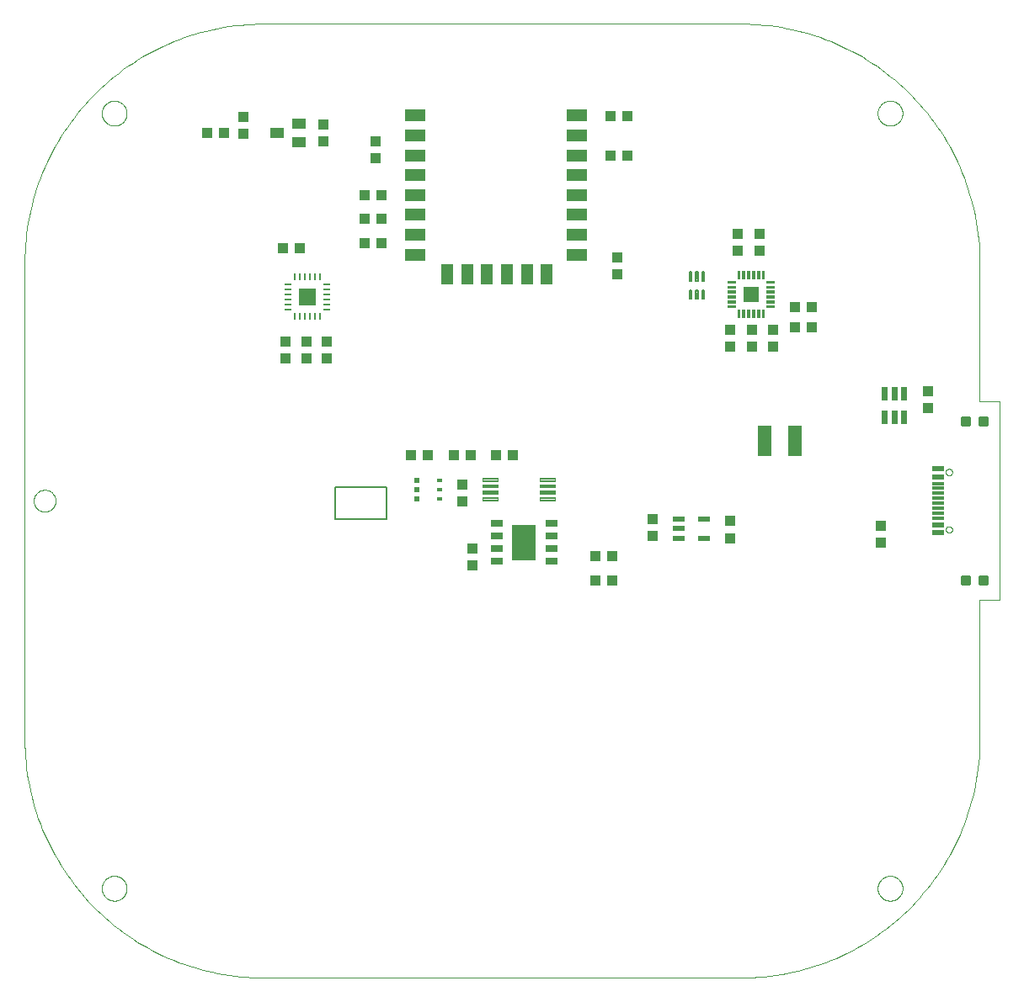
<source format=gbp>
G04 EAGLE Gerber RS-274X export*
G75*
%MOMM*%
%FSLAX34Y34*%
%LPD*%
%INbCream*%
%IPPOS*%
%AMOC8*
5,1,8,0,0,1.08239X$1,22.5*%
G01*
%ADD10C,0.076200*%
%ADD11C,0.152400*%
%ADD12C,0.000000*%
%ADD13R,1.200000X0.550000*%
%ADD14R,1.100000X1.000000*%
%ADD15R,1.000000X1.100000*%
%ADD16R,1.150000X0.600000*%
%ADD17R,1.150000X0.300000*%
%ADD18R,2.000000X1.200000*%
%ADD19R,1.200000X2.000000*%
%ADD20C,0.100000*%
%ADD21C,0.200000*%
%ADD22R,0.550000X0.400000*%
%ADD23R,0.550000X0.550000*%
%ADD24R,0.790000X0.260000*%
%ADD25R,0.260000X0.790000*%
%ADD26R,1.778000X1.778000*%
%ADD27R,1.540000X1.540000*%
%ADD28C,0.065000*%
%ADD29R,1.400000X1.000000*%
%ADD30C,0.300000*%
%ADD31R,1.340000X3.020000*%
%ADD32C,0.090000*%
%ADD33R,1.300000X0.700000*%
%ADD34R,2.413000X3.556000*%


D10*
X0Y240000D02*
X70Y234201D01*
X280Y228405D01*
X630Y222616D01*
X1120Y216837D01*
X1750Y211071D01*
X2518Y205323D01*
X3426Y199594D01*
X4471Y193890D01*
X5654Y188212D01*
X6974Y182564D01*
X8430Y176950D01*
X10021Y171373D01*
X11746Y165836D01*
X13605Y160342D01*
X15596Y154895D01*
X17718Y149497D01*
X19970Y144152D01*
X22350Y138864D01*
X24858Y133634D01*
X27491Y128466D01*
X30248Y123364D01*
X33127Y118330D01*
X36128Y113366D01*
X39247Y108477D01*
X42484Y103664D01*
X45836Y98932D01*
X49301Y94281D01*
X52878Y89716D01*
X56564Y85238D01*
X60357Y80851D01*
X64256Y76556D01*
X68256Y72357D01*
X72357Y68256D01*
X76556Y64256D01*
X80851Y60357D01*
X85238Y56564D01*
X89716Y52878D01*
X94281Y49301D01*
X98932Y45836D01*
X103664Y42484D01*
X108477Y39247D01*
X113366Y36128D01*
X118330Y33127D01*
X123364Y30248D01*
X128466Y27491D01*
X133634Y24858D01*
X138864Y22350D01*
X144152Y19970D01*
X149497Y17718D01*
X154895Y15596D01*
X160342Y13605D01*
X165836Y11746D01*
X171373Y10021D01*
X176950Y8430D01*
X182564Y6974D01*
X188212Y5654D01*
X193890Y4471D01*
X199594Y3426D01*
X205323Y2518D01*
X211071Y1750D01*
X216837Y1120D01*
X222616Y630D01*
X228405Y280D01*
X234201Y70D01*
X240000Y0D01*
X0Y720000D02*
X70Y725799D01*
X280Y731595D01*
X630Y737384D01*
X1120Y743163D01*
X1750Y748929D01*
X2518Y754677D01*
X3426Y760406D01*
X4471Y766110D01*
X5654Y771788D01*
X6974Y777436D01*
X8430Y783050D01*
X10021Y788627D01*
X11746Y794164D01*
X13605Y799658D01*
X15596Y805105D01*
X17718Y810503D01*
X19970Y815848D01*
X22350Y821136D01*
X24858Y826366D01*
X27491Y831534D01*
X30248Y836636D01*
X33127Y841670D01*
X36128Y846634D01*
X39247Y851523D01*
X42484Y856336D01*
X45836Y861068D01*
X49301Y865719D01*
X52878Y870284D01*
X56564Y874762D01*
X60357Y879149D01*
X64256Y883444D01*
X68256Y887643D01*
X72357Y891744D01*
X76556Y895744D01*
X80851Y899643D01*
X85238Y903436D01*
X89716Y907122D01*
X94281Y910699D01*
X98932Y914164D01*
X103664Y917516D01*
X108477Y920753D01*
X113366Y923872D01*
X118330Y926873D01*
X123364Y929752D01*
X128466Y932509D01*
X133634Y935142D01*
X138864Y937650D01*
X144152Y940030D01*
X149497Y942282D01*
X154895Y944404D01*
X160342Y946395D01*
X165836Y948254D01*
X171373Y949979D01*
X176950Y951570D01*
X182564Y953026D01*
X188212Y954346D01*
X193890Y955529D01*
X199594Y956574D01*
X205323Y957482D01*
X211071Y958250D01*
X216837Y958880D01*
X222616Y959370D01*
X228405Y959720D01*
X234201Y959930D01*
X240000Y960000D01*
X720000Y960000D02*
X725799Y959930D01*
X731595Y959720D01*
X737384Y959370D01*
X743163Y958880D01*
X748929Y958250D01*
X754677Y957482D01*
X760406Y956574D01*
X766110Y955529D01*
X771788Y954346D01*
X777436Y953026D01*
X783050Y951570D01*
X788627Y949979D01*
X794164Y948254D01*
X799658Y946395D01*
X805105Y944404D01*
X810503Y942282D01*
X815848Y940030D01*
X821136Y937650D01*
X826366Y935142D01*
X831534Y932509D01*
X836636Y929752D01*
X841670Y926873D01*
X846634Y923872D01*
X851523Y920753D01*
X856336Y917516D01*
X861068Y914164D01*
X865719Y910699D01*
X870284Y907122D01*
X874762Y903436D01*
X879149Y899643D01*
X883444Y895744D01*
X887643Y891744D01*
X891744Y887643D01*
X895744Y883444D01*
X899643Y879149D01*
X903436Y874762D01*
X907122Y870284D01*
X910699Y865719D01*
X914164Y861068D01*
X917516Y856336D01*
X920753Y851523D01*
X923872Y846634D01*
X926873Y841670D01*
X929752Y836636D01*
X932509Y831534D01*
X935142Y826366D01*
X937650Y821136D01*
X940030Y815848D01*
X942282Y810503D01*
X944404Y805105D01*
X946395Y799658D01*
X948254Y794164D01*
X949979Y788627D01*
X951570Y783050D01*
X953026Y777436D01*
X954346Y771788D01*
X955529Y766110D01*
X956574Y760406D01*
X957482Y754677D01*
X958250Y748929D01*
X958880Y743163D01*
X959370Y737384D01*
X959720Y731595D01*
X959930Y725799D01*
X960000Y720000D01*
X960000Y240000D02*
X959930Y234201D01*
X959720Y228405D01*
X959370Y222616D01*
X958880Y216837D01*
X958250Y211071D01*
X957482Y205323D01*
X956574Y199594D01*
X955529Y193890D01*
X954346Y188212D01*
X953026Y182564D01*
X951570Y176950D01*
X949979Y171373D01*
X948254Y165836D01*
X946395Y160342D01*
X944404Y154895D01*
X942282Y149497D01*
X940030Y144152D01*
X937650Y138864D01*
X935142Y133634D01*
X932509Y128466D01*
X929752Y123364D01*
X926873Y118330D01*
X923872Y113366D01*
X920753Y108477D01*
X917516Y103664D01*
X914164Y98932D01*
X910699Y94281D01*
X907122Y89716D01*
X903436Y85238D01*
X899643Y80851D01*
X895744Y76556D01*
X891744Y72357D01*
X887643Y68256D01*
X883444Y64256D01*
X879149Y60357D01*
X874762Y56564D01*
X870284Y52878D01*
X865719Y49301D01*
X861068Y45836D01*
X856336Y42484D01*
X851523Y39247D01*
X846634Y36128D01*
X841670Y33127D01*
X836636Y30248D01*
X831534Y27491D01*
X826366Y24858D01*
X821136Y22350D01*
X815848Y19970D01*
X810503Y17718D01*
X805105Y15596D01*
X799658Y13605D01*
X794164Y11746D01*
X788627Y10021D01*
X783050Y8430D01*
X777436Y6974D01*
X771788Y5654D01*
X766110Y4471D01*
X760406Y3426D01*
X754677Y2518D01*
X748929Y1750D01*
X743163Y1120D01*
X737384Y630D01*
X731595Y280D01*
X725799Y70D01*
X720000Y0D01*
D11*
X364000Y462000D02*
X364000Y494000D01*
X312000Y494000D01*
X312000Y462000D01*
X364000Y462000D01*
D10*
X0Y240000D02*
X0Y720000D01*
X240000Y960000D02*
X720000Y960000D01*
X960000Y720000D02*
X960000Y580000D01*
X960000Y380000D02*
X960000Y240000D01*
X720000Y0D02*
X240000Y0D01*
X960000Y580000D02*
X980000Y580000D01*
X980000Y380000D01*
X960000Y380000D01*
D12*
X77500Y90000D02*
X77504Y90307D01*
X77515Y90613D01*
X77534Y90920D01*
X77560Y91225D01*
X77594Y91530D01*
X77635Y91834D01*
X77684Y92137D01*
X77740Y92439D01*
X77804Y92739D01*
X77875Y93037D01*
X77953Y93334D01*
X78038Y93629D01*
X78131Y93921D01*
X78231Y94211D01*
X78338Y94499D01*
X78452Y94784D01*
X78572Y95066D01*
X78700Y95344D01*
X78835Y95620D01*
X78976Y95892D01*
X79124Y96161D01*
X79278Y96426D01*
X79439Y96687D01*
X79607Y96945D01*
X79780Y97198D01*
X79960Y97446D01*
X80146Y97690D01*
X80337Y97930D01*
X80535Y98165D01*
X80738Y98394D01*
X80947Y98619D01*
X81161Y98839D01*
X81381Y99053D01*
X81606Y99262D01*
X81835Y99465D01*
X82070Y99663D01*
X82310Y99854D01*
X82554Y100040D01*
X82802Y100220D01*
X83055Y100393D01*
X83313Y100561D01*
X83574Y100722D01*
X83839Y100876D01*
X84108Y101024D01*
X84380Y101165D01*
X84656Y101300D01*
X84934Y101428D01*
X85216Y101548D01*
X85501Y101662D01*
X85789Y101769D01*
X86079Y101869D01*
X86371Y101962D01*
X86666Y102047D01*
X86963Y102125D01*
X87261Y102196D01*
X87561Y102260D01*
X87863Y102316D01*
X88166Y102365D01*
X88470Y102406D01*
X88775Y102440D01*
X89080Y102466D01*
X89387Y102485D01*
X89693Y102496D01*
X90000Y102500D01*
X90307Y102496D01*
X90613Y102485D01*
X90920Y102466D01*
X91225Y102440D01*
X91530Y102406D01*
X91834Y102365D01*
X92137Y102316D01*
X92439Y102260D01*
X92739Y102196D01*
X93037Y102125D01*
X93334Y102047D01*
X93629Y101962D01*
X93921Y101869D01*
X94211Y101769D01*
X94499Y101662D01*
X94784Y101548D01*
X95066Y101428D01*
X95344Y101300D01*
X95620Y101165D01*
X95892Y101024D01*
X96161Y100876D01*
X96426Y100722D01*
X96687Y100561D01*
X96945Y100393D01*
X97198Y100220D01*
X97446Y100040D01*
X97690Y99854D01*
X97930Y99663D01*
X98165Y99465D01*
X98394Y99262D01*
X98619Y99053D01*
X98839Y98839D01*
X99053Y98619D01*
X99262Y98394D01*
X99465Y98165D01*
X99663Y97930D01*
X99854Y97690D01*
X100040Y97446D01*
X100220Y97198D01*
X100393Y96945D01*
X100561Y96687D01*
X100722Y96426D01*
X100876Y96161D01*
X101024Y95892D01*
X101165Y95620D01*
X101300Y95344D01*
X101428Y95066D01*
X101548Y94784D01*
X101662Y94499D01*
X101769Y94211D01*
X101869Y93921D01*
X101962Y93629D01*
X102047Y93334D01*
X102125Y93037D01*
X102196Y92739D01*
X102260Y92439D01*
X102316Y92137D01*
X102365Y91834D01*
X102406Y91530D01*
X102440Y91225D01*
X102466Y90920D01*
X102485Y90613D01*
X102496Y90307D01*
X102500Y90000D01*
X102496Y89693D01*
X102485Y89387D01*
X102466Y89080D01*
X102440Y88775D01*
X102406Y88470D01*
X102365Y88166D01*
X102316Y87863D01*
X102260Y87561D01*
X102196Y87261D01*
X102125Y86963D01*
X102047Y86666D01*
X101962Y86371D01*
X101869Y86079D01*
X101769Y85789D01*
X101662Y85501D01*
X101548Y85216D01*
X101428Y84934D01*
X101300Y84656D01*
X101165Y84380D01*
X101024Y84108D01*
X100876Y83839D01*
X100722Y83574D01*
X100561Y83313D01*
X100393Y83055D01*
X100220Y82802D01*
X100040Y82554D01*
X99854Y82310D01*
X99663Y82070D01*
X99465Y81835D01*
X99262Y81606D01*
X99053Y81381D01*
X98839Y81161D01*
X98619Y80947D01*
X98394Y80738D01*
X98165Y80535D01*
X97930Y80337D01*
X97690Y80146D01*
X97446Y79960D01*
X97198Y79780D01*
X96945Y79607D01*
X96687Y79439D01*
X96426Y79278D01*
X96161Y79124D01*
X95892Y78976D01*
X95620Y78835D01*
X95344Y78700D01*
X95066Y78572D01*
X94784Y78452D01*
X94499Y78338D01*
X94211Y78231D01*
X93921Y78131D01*
X93629Y78038D01*
X93334Y77953D01*
X93037Y77875D01*
X92739Y77804D01*
X92439Y77740D01*
X92137Y77684D01*
X91834Y77635D01*
X91530Y77594D01*
X91225Y77560D01*
X90920Y77534D01*
X90613Y77515D01*
X90307Y77504D01*
X90000Y77500D01*
X89693Y77504D01*
X89387Y77515D01*
X89080Y77534D01*
X88775Y77560D01*
X88470Y77594D01*
X88166Y77635D01*
X87863Y77684D01*
X87561Y77740D01*
X87261Y77804D01*
X86963Y77875D01*
X86666Y77953D01*
X86371Y78038D01*
X86079Y78131D01*
X85789Y78231D01*
X85501Y78338D01*
X85216Y78452D01*
X84934Y78572D01*
X84656Y78700D01*
X84380Y78835D01*
X84108Y78976D01*
X83839Y79124D01*
X83574Y79278D01*
X83313Y79439D01*
X83055Y79607D01*
X82802Y79780D01*
X82554Y79960D01*
X82310Y80146D01*
X82070Y80337D01*
X81835Y80535D01*
X81606Y80738D01*
X81381Y80947D01*
X81161Y81161D01*
X80947Y81381D01*
X80738Y81606D01*
X80535Y81835D01*
X80337Y82070D01*
X80146Y82310D01*
X79960Y82554D01*
X79780Y82802D01*
X79607Y83055D01*
X79439Y83313D01*
X79278Y83574D01*
X79124Y83839D01*
X78976Y84108D01*
X78835Y84380D01*
X78700Y84656D01*
X78572Y84934D01*
X78452Y85216D01*
X78338Y85501D01*
X78231Y85789D01*
X78131Y86079D01*
X78038Y86371D01*
X77953Y86666D01*
X77875Y86963D01*
X77804Y87261D01*
X77740Y87561D01*
X77684Y87863D01*
X77635Y88166D01*
X77594Y88470D01*
X77560Y88775D01*
X77534Y89080D01*
X77515Y89387D01*
X77504Y89693D01*
X77500Y90000D01*
X77500Y870000D02*
X77504Y870307D01*
X77515Y870613D01*
X77534Y870920D01*
X77560Y871225D01*
X77594Y871530D01*
X77635Y871834D01*
X77684Y872137D01*
X77740Y872439D01*
X77804Y872739D01*
X77875Y873037D01*
X77953Y873334D01*
X78038Y873629D01*
X78131Y873921D01*
X78231Y874211D01*
X78338Y874499D01*
X78452Y874784D01*
X78572Y875066D01*
X78700Y875344D01*
X78835Y875620D01*
X78976Y875892D01*
X79124Y876161D01*
X79278Y876426D01*
X79439Y876687D01*
X79607Y876945D01*
X79780Y877198D01*
X79960Y877446D01*
X80146Y877690D01*
X80337Y877930D01*
X80535Y878165D01*
X80738Y878394D01*
X80947Y878619D01*
X81161Y878839D01*
X81381Y879053D01*
X81606Y879262D01*
X81835Y879465D01*
X82070Y879663D01*
X82310Y879854D01*
X82554Y880040D01*
X82802Y880220D01*
X83055Y880393D01*
X83313Y880561D01*
X83574Y880722D01*
X83839Y880876D01*
X84108Y881024D01*
X84380Y881165D01*
X84656Y881300D01*
X84934Y881428D01*
X85216Y881548D01*
X85501Y881662D01*
X85789Y881769D01*
X86079Y881869D01*
X86371Y881962D01*
X86666Y882047D01*
X86963Y882125D01*
X87261Y882196D01*
X87561Y882260D01*
X87863Y882316D01*
X88166Y882365D01*
X88470Y882406D01*
X88775Y882440D01*
X89080Y882466D01*
X89387Y882485D01*
X89693Y882496D01*
X90000Y882500D01*
X90307Y882496D01*
X90613Y882485D01*
X90920Y882466D01*
X91225Y882440D01*
X91530Y882406D01*
X91834Y882365D01*
X92137Y882316D01*
X92439Y882260D01*
X92739Y882196D01*
X93037Y882125D01*
X93334Y882047D01*
X93629Y881962D01*
X93921Y881869D01*
X94211Y881769D01*
X94499Y881662D01*
X94784Y881548D01*
X95066Y881428D01*
X95344Y881300D01*
X95620Y881165D01*
X95892Y881024D01*
X96161Y880876D01*
X96426Y880722D01*
X96687Y880561D01*
X96945Y880393D01*
X97198Y880220D01*
X97446Y880040D01*
X97690Y879854D01*
X97930Y879663D01*
X98165Y879465D01*
X98394Y879262D01*
X98619Y879053D01*
X98839Y878839D01*
X99053Y878619D01*
X99262Y878394D01*
X99465Y878165D01*
X99663Y877930D01*
X99854Y877690D01*
X100040Y877446D01*
X100220Y877198D01*
X100393Y876945D01*
X100561Y876687D01*
X100722Y876426D01*
X100876Y876161D01*
X101024Y875892D01*
X101165Y875620D01*
X101300Y875344D01*
X101428Y875066D01*
X101548Y874784D01*
X101662Y874499D01*
X101769Y874211D01*
X101869Y873921D01*
X101962Y873629D01*
X102047Y873334D01*
X102125Y873037D01*
X102196Y872739D01*
X102260Y872439D01*
X102316Y872137D01*
X102365Y871834D01*
X102406Y871530D01*
X102440Y871225D01*
X102466Y870920D01*
X102485Y870613D01*
X102496Y870307D01*
X102500Y870000D01*
X102496Y869693D01*
X102485Y869387D01*
X102466Y869080D01*
X102440Y868775D01*
X102406Y868470D01*
X102365Y868166D01*
X102316Y867863D01*
X102260Y867561D01*
X102196Y867261D01*
X102125Y866963D01*
X102047Y866666D01*
X101962Y866371D01*
X101869Y866079D01*
X101769Y865789D01*
X101662Y865501D01*
X101548Y865216D01*
X101428Y864934D01*
X101300Y864656D01*
X101165Y864380D01*
X101024Y864108D01*
X100876Y863839D01*
X100722Y863574D01*
X100561Y863313D01*
X100393Y863055D01*
X100220Y862802D01*
X100040Y862554D01*
X99854Y862310D01*
X99663Y862070D01*
X99465Y861835D01*
X99262Y861606D01*
X99053Y861381D01*
X98839Y861161D01*
X98619Y860947D01*
X98394Y860738D01*
X98165Y860535D01*
X97930Y860337D01*
X97690Y860146D01*
X97446Y859960D01*
X97198Y859780D01*
X96945Y859607D01*
X96687Y859439D01*
X96426Y859278D01*
X96161Y859124D01*
X95892Y858976D01*
X95620Y858835D01*
X95344Y858700D01*
X95066Y858572D01*
X94784Y858452D01*
X94499Y858338D01*
X94211Y858231D01*
X93921Y858131D01*
X93629Y858038D01*
X93334Y857953D01*
X93037Y857875D01*
X92739Y857804D01*
X92439Y857740D01*
X92137Y857684D01*
X91834Y857635D01*
X91530Y857594D01*
X91225Y857560D01*
X90920Y857534D01*
X90613Y857515D01*
X90307Y857504D01*
X90000Y857500D01*
X89693Y857504D01*
X89387Y857515D01*
X89080Y857534D01*
X88775Y857560D01*
X88470Y857594D01*
X88166Y857635D01*
X87863Y857684D01*
X87561Y857740D01*
X87261Y857804D01*
X86963Y857875D01*
X86666Y857953D01*
X86371Y858038D01*
X86079Y858131D01*
X85789Y858231D01*
X85501Y858338D01*
X85216Y858452D01*
X84934Y858572D01*
X84656Y858700D01*
X84380Y858835D01*
X84108Y858976D01*
X83839Y859124D01*
X83574Y859278D01*
X83313Y859439D01*
X83055Y859607D01*
X82802Y859780D01*
X82554Y859960D01*
X82310Y860146D01*
X82070Y860337D01*
X81835Y860535D01*
X81606Y860738D01*
X81381Y860947D01*
X81161Y861161D01*
X80947Y861381D01*
X80738Y861606D01*
X80535Y861835D01*
X80337Y862070D01*
X80146Y862310D01*
X79960Y862554D01*
X79780Y862802D01*
X79607Y863055D01*
X79439Y863313D01*
X79278Y863574D01*
X79124Y863839D01*
X78976Y864108D01*
X78835Y864380D01*
X78700Y864656D01*
X78572Y864934D01*
X78452Y865216D01*
X78338Y865501D01*
X78231Y865789D01*
X78131Y866079D01*
X78038Y866371D01*
X77953Y866666D01*
X77875Y866963D01*
X77804Y867261D01*
X77740Y867561D01*
X77684Y867863D01*
X77635Y868166D01*
X77594Y868470D01*
X77560Y868775D01*
X77534Y869080D01*
X77515Y869387D01*
X77504Y869693D01*
X77500Y870000D01*
X857500Y870000D02*
X857504Y870307D01*
X857515Y870613D01*
X857534Y870920D01*
X857560Y871225D01*
X857594Y871530D01*
X857635Y871834D01*
X857684Y872137D01*
X857740Y872439D01*
X857804Y872739D01*
X857875Y873037D01*
X857953Y873334D01*
X858038Y873629D01*
X858131Y873921D01*
X858231Y874211D01*
X858338Y874499D01*
X858452Y874784D01*
X858572Y875066D01*
X858700Y875344D01*
X858835Y875620D01*
X858976Y875892D01*
X859124Y876161D01*
X859278Y876426D01*
X859439Y876687D01*
X859607Y876945D01*
X859780Y877198D01*
X859960Y877446D01*
X860146Y877690D01*
X860337Y877930D01*
X860535Y878165D01*
X860738Y878394D01*
X860947Y878619D01*
X861161Y878839D01*
X861381Y879053D01*
X861606Y879262D01*
X861835Y879465D01*
X862070Y879663D01*
X862310Y879854D01*
X862554Y880040D01*
X862802Y880220D01*
X863055Y880393D01*
X863313Y880561D01*
X863574Y880722D01*
X863839Y880876D01*
X864108Y881024D01*
X864380Y881165D01*
X864656Y881300D01*
X864934Y881428D01*
X865216Y881548D01*
X865501Y881662D01*
X865789Y881769D01*
X866079Y881869D01*
X866371Y881962D01*
X866666Y882047D01*
X866963Y882125D01*
X867261Y882196D01*
X867561Y882260D01*
X867863Y882316D01*
X868166Y882365D01*
X868470Y882406D01*
X868775Y882440D01*
X869080Y882466D01*
X869387Y882485D01*
X869693Y882496D01*
X870000Y882500D01*
X870307Y882496D01*
X870613Y882485D01*
X870920Y882466D01*
X871225Y882440D01*
X871530Y882406D01*
X871834Y882365D01*
X872137Y882316D01*
X872439Y882260D01*
X872739Y882196D01*
X873037Y882125D01*
X873334Y882047D01*
X873629Y881962D01*
X873921Y881869D01*
X874211Y881769D01*
X874499Y881662D01*
X874784Y881548D01*
X875066Y881428D01*
X875344Y881300D01*
X875620Y881165D01*
X875892Y881024D01*
X876161Y880876D01*
X876426Y880722D01*
X876687Y880561D01*
X876945Y880393D01*
X877198Y880220D01*
X877446Y880040D01*
X877690Y879854D01*
X877930Y879663D01*
X878165Y879465D01*
X878394Y879262D01*
X878619Y879053D01*
X878839Y878839D01*
X879053Y878619D01*
X879262Y878394D01*
X879465Y878165D01*
X879663Y877930D01*
X879854Y877690D01*
X880040Y877446D01*
X880220Y877198D01*
X880393Y876945D01*
X880561Y876687D01*
X880722Y876426D01*
X880876Y876161D01*
X881024Y875892D01*
X881165Y875620D01*
X881300Y875344D01*
X881428Y875066D01*
X881548Y874784D01*
X881662Y874499D01*
X881769Y874211D01*
X881869Y873921D01*
X881962Y873629D01*
X882047Y873334D01*
X882125Y873037D01*
X882196Y872739D01*
X882260Y872439D01*
X882316Y872137D01*
X882365Y871834D01*
X882406Y871530D01*
X882440Y871225D01*
X882466Y870920D01*
X882485Y870613D01*
X882496Y870307D01*
X882500Y870000D01*
X882496Y869693D01*
X882485Y869387D01*
X882466Y869080D01*
X882440Y868775D01*
X882406Y868470D01*
X882365Y868166D01*
X882316Y867863D01*
X882260Y867561D01*
X882196Y867261D01*
X882125Y866963D01*
X882047Y866666D01*
X881962Y866371D01*
X881869Y866079D01*
X881769Y865789D01*
X881662Y865501D01*
X881548Y865216D01*
X881428Y864934D01*
X881300Y864656D01*
X881165Y864380D01*
X881024Y864108D01*
X880876Y863839D01*
X880722Y863574D01*
X880561Y863313D01*
X880393Y863055D01*
X880220Y862802D01*
X880040Y862554D01*
X879854Y862310D01*
X879663Y862070D01*
X879465Y861835D01*
X879262Y861606D01*
X879053Y861381D01*
X878839Y861161D01*
X878619Y860947D01*
X878394Y860738D01*
X878165Y860535D01*
X877930Y860337D01*
X877690Y860146D01*
X877446Y859960D01*
X877198Y859780D01*
X876945Y859607D01*
X876687Y859439D01*
X876426Y859278D01*
X876161Y859124D01*
X875892Y858976D01*
X875620Y858835D01*
X875344Y858700D01*
X875066Y858572D01*
X874784Y858452D01*
X874499Y858338D01*
X874211Y858231D01*
X873921Y858131D01*
X873629Y858038D01*
X873334Y857953D01*
X873037Y857875D01*
X872739Y857804D01*
X872439Y857740D01*
X872137Y857684D01*
X871834Y857635D01*
X871530Y857594D01*
X871225Y857560D01*
X870920Y857534D01*
X870613Y857515D01*
X870307Y857504D01*
X870000Y857500D01*
X869693Y857504D01*
X869387Y857515D01*
X869080Y857534D01*
X868775Y857560D01*
X868470Y857594D01*
X868166Y857635D01*
X867863Y857684D01*
X867561Y857740D01*
X867261Y857804D01*
X866963Y857875D01*
X866666Y857953D01*
X866371Y858038D01*
X866079Y858131D01*
X865789Y858231D01*
X865501Y858338D01*
X865216Y858452D01*
X864934Y858572D01*
X864656Y858700D01*
X864380Y858835D01*
X864108Y858976D01*
X863839Y859124D01*
X863574Y859278D01*
X863313Y859439D01*
X863055Y859607D01*
X862802Y859780D01*
X862554Y859960D01*
X862310Y860146D01*
X862070Y860337D01*
X861835Y860535D01*
X861606Y860738D01*
X861381Y860947D01*
X861161Y861161D01*
X860947Y861381D01*
X860738Y861606D01*
X860535Y861835D01*
X860337Y862070D01*
X860146Y862310D01*
X859960Y862554D01*
X859780Y862802D01*
X859607Y863055D01*
X859439Y863313D01*
X859278Y863574D01*
X859124Y863839D01*
X858976Y864108D01*
X858835Y864380D01*
X858700Y864656D01*
X858572Y864934D01*
X858452Y865216D01*
X858338Y865501D01*
X858231Y865789D01*
X858131Y866079D01*
X858038Y866371D01*
X857953Y866666D01*
X857875Y866963D01*
X857804Y867261D01*
X857740Y867561D01*
X857684Y867863D01*
X857635Y868166D01*
X857594Y868470D01*
X857560Y868775D01*
X857534Y869080D01*
X857515Y869387D01*
X857504Y869693D01*
X857500Y870000D01*
X857500Y90000D02*
X857504Y90307D01*
X857515Y90613D01*
X857534Y90920D01*
X857560Y91225D01*
X857594Y91530D01*
X857635Y91834D01*
X857684Y92137D01*
X857740Y92439D01*
X857804Y92739D01*
X857875Y93037D01*
X857953Y93334D01*
X858038Y93629D01*
X858131Y93921D01*
X858231Y94211D01*
X858338Y94499D01*
X858452Y94784D01*
X858572Y95066D01*
X858700Y95344D01*
X858835Y95620D01*
X858976Y95892D01*
X859124Y96161D01*
X859278Y96426D01*
X859439Y96687D01*
X859607Y96945D01*
X859780Y97198D01*
X859960Y97446D01*
X860146Y97690D01*
X860337Y97930D01*
X860535Y98165D01*
X860738Y98394D01*
X860947Y98619D01*
X861161Y98839D01*
X861381Y99053D01*
X861606Y99262D01*
X861835Y99465D01*
X862070Y99663D01*
X862310Y99854D01*
X862554Y100040D01*
X862802Y100220D01*
X863055Y100393D01*
X863313Y100561D01*
X863574Y100722D01*
X863839Y100876D01*
X864108Y101024D01*
X864380Y101165D01*
X864656Y101300D01*
X864934Y101428D01*
X865216Y101548D01*
X865501Y101662D01*
X865789Y101769D01*
X866079Y101869D01*
X866371Y101962D01*
X866666Y102047D01*
X866963Y102125D01*
X867261Y102196D01*
X867561Y102260D01*
X867863Y102316D01*
X868166Y102365D01*
X868470Y102406D01*
X868775Y102440D01*
X869080Y102466D01*
X869387Y102485D01*
X869693Y102496D01*
X870000Y102500D01*
X870307Y102496D01*
X870613Y102485D01*
X870920Y102466D01*
X871225Y102440D01*
X871530Y102406D01*
X871834Y102365D01*
X872137Y102316D01*
X872439Y102260D01*
X872739Y102196D01*
X873037Y102125D01*
X873334Y102047D01*
X873629Y101962D01*
X873921Y101869D01*
X874211Y101769D01*
X874499Y101662D01*
X874784Y101548D01*
X875066Y101428D01*
X875344Y101300D01*
X875620Y101165D01*
X875892Y101024D01*
X876161Y100876D01*
X876426Y100722D01*
X876687Y100561D01*
X876945Y100393D01*
X877198Y100220D01*
X877446Y100040D01*
X877690Y99854D01*
X877930Y99663D01*
X878165Y99465D01*
X878394Y99262D01*
X878619Y99053D01*
X878839Y98839D01*
X879053Y98619D01*
X879262Y98394D01*
X879465Y98165D01*
X879663Y97930D01*
X879854Y97690D01*
X880040Y97446D01*
X880220Y97198D01*
X880393Y96945D01*
X880561Y96687D01*
X880722Y96426D01*
X880876Y96161D01*
X881024Y95892D01*
X881165Y95620D01*
X881300Y95344D01*
X881428Y95066D01*
X881548Y94784D01*
X881662Y94499D01*
X881769Y94211D01*
X881869Y93921D01*
X881962Y93629D01*
X882047Y93334D01*
X882125Y93037D01*
X882196Y92739D01*
X882260Y92439D01*
X882316Y92137D01*
X882365Y91834D01*
X882406Y91530D01*
X882440Y91225D01*
X882466Y90920D01*
X882485Y90613D01*
X882496Y90307D01*
X882500Y90000D01*
X882496Y89693D01*
X882485Y89387D01*
X882466Y89080D01*
X882440Y88775D01*
X882406Y88470D01*
X882365Y88166D01*
X882316Y87863D01*
X882260Y87561D01*
X882196Y87261D01*
X882125Y86963D01*
X882047Y86666D01*
X881962Y86371D01*
X881869Y86079D01*
X881769Y85789D01*
X881662Y85501D01*
X881548Y85216D01*
X881428Y84934D01*
X881300Y84656D01*
X881165Y84380D01*
X881024Y84108D01*
X880876Y83839D01*
X880722Y83574D01*
X880561Y83313D01*
X880393Y83055D01*
X880220Y82802D01*
X880040Y82554D01*
X879854Y82310D01*
X879663Y82070D01*
X879465Y81835D01*
X879262Y81606D01*
X879053Y81381D01*
X878839Y81161D01*
X878619Y80947D01*
X878394Y80738D01*
X878165Y80535D01*
X877930Y80337D01*
X877690Y80146D01*
X877446Y79960D01*
X877198Y79780D01*
X876945Y79607D01*
X876687Y79439D01*
X876426Y79278D01*
X876161Y79124D01*
X875892Y78976D01*
X875620Y78835D01*
X875344Y78700D01*
X875066Y78572D01*
X874784Y78452D01*
X874499Y78338D01*
X874211Y78231D01*
X873921Y78131D01*
X873629Y78038D01*
X873334Y77953D01*
X873037Y77875D01*
X872739Y77804D01*
X872439Y77740D01*
X872137Y77684D01*
X871834Y77635D01*
X871530Y77594D01*
X871225Y77560D01*
X870920Y77534D01*
X870613Y77515D01*
X870307Y77504D01*
X870000Y77500D01*
X869693Y77504D01*
X869387Y77515D01*
X869080Y77534D01*
X868775Y77560D01*
X868470Y77594D01*
X868166Y77635D01*
X867863Y77684D01*
X867561Y77740D01*
X867261Y77804D01*
X866963Y77875D01*
X866666Y77953D01*
X866371Y78038D01*
X866079Y78131D01*
X865789Y78231D01*
X865501Y78338D01*
X865216Y78452D01*
X864934Y78572D01*
X864656Y78700D01*
X864380Y78835D01*
X864108Y78976D01*
X863839Y79124D01*
X863574Y79278D01*
X863313Y79439D01*
X863055Y79607D01*
X862802Y79780D01*
X862554Y79960D01*
X862310Y80146D01*
X862070Y80337D01*
X861835Y80535D01*
X861606Y80738D01*
X861381Y80947D01*
X861161Y81161D01*
X860947Y81381D01*
X860738Y81606D01*
X860535Y81835D01*
X860337Y82070D01*
X860146Y82310D01*
X859960Y82554D01*
X859780Y82802D01*
X859607Y83055D01*
X859439Y83313D01*
X859278Y83574D01*
X859124Y83839D01*
X858976Y84108D01*
X858835Y84380D01*
X858700Y84656D01*
X858572Y84934D01*
X858452Y85216D01*
X858338Y85501D01*
X858231Y85789D01*
X858131Y86079D01*
X858038Y86371D01*
X857953Y86666D01*
X857875Y86963D01*
X857804Y87261D01*
X857740Y87561D01*
X857684Y87863D01*
X857635Y88166D01*
X857594Y88470D01*
X857560Y88775D01*
X857534Y89080D01*
X857515Y89387D01*
X857504Y89693D01*
X857500Y90000D01*
X9000Y480000D02*
X9003Y480270D01*
X9013Y480540D01*
X9030Y480809D01*
X9053Y481078D01*
X9083Y481347D01*
X9119Y481614D01*
X9162Y481881D01*
X9211Y482146D01*
X9267Y482410D01*
X9330Y482673D01*
X9398Y482934D01*
X9474Y483193D01*
X9555Y483450D01*
X9643Y483706D01*
X9737Y483959D01*
X9837Y484210D01*
X9944Y484458D01*
X10056Y484703D01*
X10175Y484946D01*
X10299Y485185D01*
X10429Y485422D01*
X10565Y485655D01*
X10707Y485885D01*
X10854Y486111D01*
X11007Y486334D01*
X11165Y486553D01*
X11328Y486768D01*
X11497Y486978D01*
X11671Y487185D01*
X11850Y487387D01*
X12033Y487585D01*
X12222Y487778D01*
X12415Y487967D01*
X12613Y488150D01*
X12815Y488329D01*
X13022Y488503D01*
X13232Y488672D01*
X13447Y488835D01*
X13666Y488993D01*
X13889Y489146D01*
X14115Y489293D01*
X14345Y489435D01*
X14578Y489571D01*
X14815Y489701D01*
X15054Y489825D01*
X15297Y489944D01*
X15542Y490056D01*
X15790Y490163D01*
X16041Y490263D01*
X16294Y490357D01*
X16550Y490445D01*
X16807Y490526D01*
X17066Y490602D01*
X17327Y490670D01*
X17590Y490733D01*
X17854Y490789D01*
X18119Y490838D01*
X18386Y490881D01*
X18653Y490917D01*
X18922Y490947D01*
X19191Y490970D01*
X19460Y490987D01*
X19730Y490997D01*
X20000Y491000D01*
X20270Y490997D01*
X20540Y490987D01*
X20809Y490970D01*
X21078Y490947D01*
X21347Y490917D01*
X21614Y490881D01*
X21881Y490838D01*
X22146Y490789D01*
X22410Y490733D01*
X22673Y490670D01*
X22934Y490602D01*
X23193Y490526D01*
X23450Y490445D01*
X23706Y490357D01*
X23959Y490263D01*
X24210Y490163D01*
X24458Y490056D01*
X24703Y489944D01*
X24946Y489825D01*
X25185Y489701D01*
X25422Y489571D01*
X25655Y489435D01*
X25885Y489293D01*
X26111Y489146D01*
X26334Y488993D01*
X26553Y488835D01*
X26768Y488672D01*
X26978Y488503D01*
X27185Y488329D01*
X27387Y488150D01*
X27585Y487967D01*
X27778Y487778D01*
X27967Y487585D01*
X28150Y487387D01*
X28329Y487185D01*
X28503Y486978D01*
X28672Y486768D01*
X28835Y486553D01*
X28993Y486334D01*
X29146Y486111D01*
X29293Y485885D01*
X29435Y485655D01*
X29571Y485422D01*
X29701Y485185D01*
X29825Y484946D01*
X29944Y484703D01*
X30056Y484458D01*
X30163Y484210D01*
X30263Y483959D01*
X30357Y483706D01*
X30445Y483450D01*
X30526Y483193D01*
X30602Y482934D01*
X30670Y482673D01*
X30733Y482410D01*
X30789Y482146D01*
X30838Y481881D01*
X30881Y481614D01*
X30917Y481347D01*
X30947Y481078D01*
X30970Y480809D01*
X30987Y480540D01*
X30997Y480270D01*
X31000Y480000D01*
X30997Y479730D01*
X30987Y479460D01*
X30970Y479191D01*
X30947Y478922D01*
X30917Y478653D01*
X30881Y478386D01*
X30838Y478119D01*
X30789Y477854D01*
X30733Y477590D01*
X30670Y477327D01*
X30602Y477066D01*
X30526Y476807D01*
X30445Y476550D01*
X30357Y476294D01*
X30263Y476041D01*
X30163Y475790D01*
X30056Y475542D01*
X29944Y475297D01*
X29825Y475054D01*
X29701Y474815D01*
X29571Y474578D01*
X29435Y474345D01*
X29293Y474115D01*
X29146Y473889D01*
X28993Y473666D01*
X28835Y473447D01*
X28672Y473232D01*
X28503Y473022D01*
X28329Y472815D01*
X28150Y472613D01*
X27967Y472415D01*
X27778Y472222D01*
X27585Y472033D01*
X27387Y471850D01*
X27185Y471671D01*
X26978Y471497D01*
X26768Y471328D01*
X26553Y471165D01*
X26334Y471007D01*
X26111Y470854D01*
X25885Y470707D01*
X25655Y470565D01*
X25422Y470429D01*
X25185Y470299D01*
X24946Y470175D01*
X24703Y470056D01*
X24458Y469944D01*
X24210Y469837D01*
X23959Y469737D01*
X23706Y469643D01*
X23450Y469555D01*
X23193Y469474D01*
X22934Y469398D01*
X22673Y469330D01*
X22410Y469267D01*
X22146Y469211D01*
X21881Y469162D01*
X21614Y469119D01*
X21347Y469083D01*
X21078Y469053D01*
X20809Y469030D01*
X20540Y469013D01*
X20270Y469003D01*
X20000Y469000D01*
X19730Y469003D01*
X19460Y469013D01*
X19191Y469030D01*
X18922Y469053D01*
X18653Y469083D01*
X18386Y469119D01*
X18119Y469162D01*
X17854Y469211D01*
X17590Y469267D01*
X17327Y469330D01*
X17066Y469398D01*
X16807Y469474D01*
X16550Y469555D01*
X16294Y469643D01*
X16041Y469737D01*
X15790Y469837D01*
X15542Y469944D01*
X15297Y470056D01*
X15054Y470175D01*
X14815Y470299D01*
X14578Y470429D01*
X14345Y470565D01*
X14115Y470707D01*
X13889Y470854D01*
X13666Y471007D01*
X13447Y471165D01*
X13232Y471328D01*
X13022Y471497D01*
X12815Y471671D01*
X12613Y471850D01*
X12415Y472033D01*
X12222Y472222D01*
X12033Y472415D01*
X11850Y472613D01*
X11671Y472815D01*
X11497Y473022D01*
X11328Y473232D01*
X11165Y473447D01*
X11007Y473666D01*
X10854Y473889D01*
X10707Y474115D01*
X10565Y474345D01*
X10429Y474578D01*
X10299Y474815D01*
X10175Y475054D01*
X10056Y475297D01*
X9944Y475542D01*
X9837Y475790D01*
X9737Y476041D01*
X9643Y476294D01*
X9555Y476550D01*
X9474Y476807D01*
X9398Y477066D01*
X9330Y477327D01*
X9267Y477590D01*
X9211Y477854D01*
X9162Y478119D01*
X9119Y478386D01*
X9083Y478653D01*
X9053Y478922D01*
X9030Y479191D01*
X9013Y479460D01*
X9003Y479730D01*
X9000Y480000D01*
D13*
X657199Y442500D03*
X657199Y452000D03*
X657199Y461500D03*
X683201Y461500D03*
X683201Y442500D03*
D14*
X388400Y525600D03*
X405400Y525600D03*
D15*
X631600Y444500D03*
X631600Y461500D03*
X709400Y459500D03*
X709400Y442500D03*
X860400Y437600D03*
X860400Y454600D03*
D14*
X491000Y525600D03*
X474000Y525600D03*
D15*
X595600Y725200D03*
X595600Y708200D03*
D14*
X774700Y675200D03*
X791700Y675200D03*
X774700Y654200D03*
X791700Y654200D03*
D15*
X283000Y623500D03*
X283000Y640500D03*
X262000Y640500D03*
X262000Y623500D03*
D14*
X259700Y734200D03*
X276700Y734200D03*
D15*
X304000Y623500D03*
X304000Y640500D03*
D12*
X925950Y451100D02*
X925952Y451213D01*
X925958Y451327D01*
X925968Y451440D01*
X925982Y451552D01*
X925999Y451664D01*
X926021Y451776D01*
X926047Y451886D01*
X926076Y451996D01*
X926109Y452104D01*
X926146Y452212D01*
X926187Y452317D01*
X926231Y452422D01*
X926279Y452525D01*
X926330Y452626D01*
X926385Y452725D01*
X926444Y452822D01*
X926506Y452917D01*
X926571Y453010D01*
X926639Y453101D01*
X926710Y453189D01*
X926785Y453275D01*
X926862Y453358D01*
X926942Y453438D01*
X927025Y453515D01*
X927111Y453590D01*
X927199Y453661D01*
X927290Y453729D01*
X927383Y453794D01*
X927478Y453856D01*
X927575Y453915D01*
X927674Y453970D01*
X927775Y454021D01*
X927878Y454069D01*
X927983Y454113D01*
X928088Y454154D01*
X928196Y454191D01*
X928304Y454224D01*
X928414Y454253D01*
X928524Y454279D01*
X928636Y454301D01*
X928748Y454318D01*
X928860Y454332D01*
X928973Y454342D01*
X929087Y454348D01*
X929200Y454350D01*
X929313Y454348D01*
X929427Y454342D01*
X929540Y454332D01*
X929652Y454318D01*
X929764Y454301D01*
X929876Y454279D01*
X929986Y454253D01*
X930096Y454224D01*
X930204Y454191D01*
X930312Y454154D01*
X930417Y454113D01*
X930522Y454069D01*
X930625Y454021D01*
X930726Y453970D01*
X930825Y453915D01*
X930922Y453856D01*
X931017Y453794D01*
X931110Y453729D01*
X931201Y453661D01*
X931289Y453590D01*
X931375Y453515D01*
X931458Y453438D01*
X931538Y453358D01*
X931615Y453275D01*
X931690Y453189D01*
X931761Y453101D01*
X931829Y453010D01*
X931894Y452917D01*
X931956Y452822D01*
X932015Y452725D01*
X932070Y452626D01*
X932121Y452525D01*
X932169Y452422D01*
X932213Y452317D01*
X932254Y452212D01*
X932291Y452104D01*
X932324Y451996D01*
X932353Y451886D01*
X932379Y451776D01*
X932401Y451664D01*
X932418Y451552D01*
X932432Y451440D01*
X932442Y451327D01*
X932448Y451213D01*
X932450Y451100D01*
X932448Y450987D01*
X932442Y450873D01*
X932432Y450760D01*
X932418Y450648D01*
X932401Y450536D01*
X932379Y450424D01*
X932353Y450314D01*
X932324Y450204D01*
X932291Y450096D01*
X932254Y449988D01*
X932213Y449883D01*
X932169Y449778D01*
X932121Y449675D01*
X932070Y449574D01*
X932015Y449475D01*
X931956Y449378D01*
X931894Y449283D01*
X931829Y449190D01*
X931761Y449099D01*
X931690Y449011D01*
X931615Y448925D01*
X931538Y448842D01*
X931458Y448762D01*
X931375Y448685D01*
X931289Y448610D01*
X931201Y448539D01*
X931110Y448471D01*
X931017Y448406D01*
X930922Y448344D01*
X930825Y448285D01*
X930726Y448230D01*
X930625Y448179D01*
X930522Y448131D01*
X930417Y448087D01*
X930312Y448046D01*
X930204Y448009D01*
X930096Y447976D01*
X929986Y447947D01*
X929876Y447921D01*
X929764Y447899D01*
X929652Y447882D01*
X929540Y447868D01*
X929427Y447858D01*
X929313Y447852D01*
X929200Y447850D01*
X929087Y447852D01*
X928973Y447858D01*
X928860Y447868D01*
X928748Y447882D01*
X928636Y447899D01*
X928524Y447921D01*
X928414Y447947D01*
X928304Y447976D01*
X928196Y448009D01*
X928088Y448046D01*
X927983Y448087D01*
X927878Y448131D01*
X927775Y448179D01*
X927674Y448230D01*
X927575Y448285D01*
X927478Y448344D01*
X927383Y448406D01*
X927290Y448471D01*
X927199Y448539D01*
X927111Y448610D01*
X927025Y448685D01*
X926942Y448762D01*
X926862Y448842D01*
X926785Y448925D01*
X926710Y449011D01*
X926639Y449099D01*
X926571Y449190D01*
X926506Y449283D01*
X926444Y449378D01*
X926385Y449475D01*
X926330Y449574D01*
X926279Y449675D01*
X926231Y449778D01*
X926187Y449883D01*
X926146Y449988D01*
X926109Y450096D01*
X926076Y450204D01*
X926047Y450314D01*
X926021Y450424D01*
X925999Y450536D01*
X925982Y450648D01*
X925968Y450760D01*
X925958Y450873D01*
X925952Y450987D01*
X925950Y451100D01*
X925950Y508900D02*
X925952Y509013D01*
X925958Y509127D01*
X925968Y509240D01*
X925982Y509352D01*
X925999Y509464D01*
X926021Y509576D01*
X926047Y509686D01*
X926076Y509796D01*
X926109Y509904D01*
X926146Y510012D01*
X926187Y510117D01*
X926231Y510222D01*
X926279Y510325D01*
X926330Y510426D01*
X926385Y510525D01*
X926444Y510622D01*
X926506Y510717D01*
X926571Y510810D01*
X926639Y510901D01*
X926710Y510989D01*
X926785Y511075D01*
X926862Y511158D01*
X926942Y511238D01*
X927025Y511315D01*
X927111Y511390D01*
X927199Y511461D01*
X927290Y511529D01*
X927383Y511594D01*
X927478Y511656D01*
X927575Y511715D01*
X927674Y511770D01*
X927775Y511821D01*
X927878Y511869D01*
X927983Y511913D01*
X928088Y511954D01*
X928196Y511991D01*
X928304Y512024D01*
X928414Y512053D01*
X928524Y512079D01*
X928636Y512101D01*
X928748Y512118D01*
X928860Y512132D01*
X928973Y512142D01*
X929087Y512148D01*
X929200Y512150D01*
X929313Y512148D01*
X929427Y512142D01*
X929540Y512132D01*
X929652Y512118D01*
X929764Y512101D01*
X929876Y512079D01*
X929986Y512053D01*
X930096Y512024D01*
X930204Y511991D01*
X930312Y511954D01*
X930417Y511913D01*
X930522Y511869D01*
X930625Y511821D01*
X930726Y511770D01*
X930825Y511715D01*
X930922Y511656D01*
X931017Y511594D01*
X931110Y511529D01*
X931201Y511461D01*
X931289Y511390D01*
X931375Y511315D01*
X931458Y511238D01*
X931538Y511158D01*
X931615Y511075D01*
X931690Y510989D01*
X931761Y510901D01*
X931829Y510810D01*
X931894Y510717D01*
X931956Y510622D01*
X932015Y510525D01*
X932070Y510426D01*
X932121Y510325D01*
X932169Y510222D01*
X932213Y510117D01*
X932254Y510012D01*
X932291Y509904D01*
X932324Y509796D01*
X932353Y509686D01*
X932379Y509576D01*
X932401Y509464D01*
X932418Y509352D01*
X932432Y509240D01*
X932442Y509127D01*
X932448Y509013D01*
X932450Y508900D01*
X932448Y508787D01*
X932442Y508673D01*
X932432Y508560D01*
X932418Y508448D01*
X932401Y508336D01*
X932379Y508224D01*
X932353Y508114D01*
X932324Y508004D01*
X932291Y507896D01*
X932254Y507788D01*
X932213Y507683D01*
X932169Y507578D01*
X932121Y507475D01*
X932070Y507374D01*
X932015Y507275D01*
X931956Y507178D01*
X931894Y507083D01*
X931829Y506990D01*
X931761Y506899D01*
X931690Y506811D01*
X931615Y506725D01*
X931538Y506642D01*
X931458Y506562D01*
X931375Y506485D01*
X931289Y506410D01*
X931201Y506339D01*
X931110Y506271D01*
X931017Y506206D01*
X930922Y506144D01*
X930825Y506085D01*
X930726Y506030D01*
X930625Y505979D01*
X930522Y505931D01*
X930417Y505887D01*
X930312Y505846D01*
X930204Y505809D01*
X930096Y505776D01*
X929986Y505747D01*
X929876Y505721D01*
X929764Y505699D01*
X929652Y505682D01*
X929540Y505668D01*
X929427Y505658D01*
X929313Y505652D01*
X929200Y505650D01*
X929087Y505652D01*
X928973Y505658D01*
X928860Y505668D01*
X928748Y505682D01*
X928636Y505699D01*
X928524Y505721D01*
X928414Y505747D01*
X928304Y505776D01*
X928196Y505809D01*
X928088Y505846D01*
X927983Y505887D01*
X927878Y505931D01*
X927775Y505979D01*
X927674Y506030D01*
X927575Y506085D01*
X927478Y506144D01*
X927383Y506206D01*
X927290Y506271D01*
X927199Y506339D01*
X927111Y506410D01*
X927025Y506485D01*
X926942Y506562D01*
X926862Y506642D01*
X926785Y506725D01*
X926710Y506811D01*
X926639Y506899D01*
X926571Y506990D01*
X926506Y507083D01*
X926444Y507178D01*
X926385Y507275D01*
X926330Y507374D01*
X926279Y507475D01*
X926231Y507578D01*
X926187Y507683D01*
X926146Y507788D01*
X926109Y507896D01*
X926076Y508004D01*
X926047Y508114D01*
X926021Y508224D01*
X925999Y508336D01*
X925982Y508448D01*
X925968Y508560D01*
X925958Y508673D01*
X925952Y508787D01*
X925950Y508900D01*
D16*
X918450Y512000D03*
X918450Y448000D03*
X918450Y504000D03*
X918450Y456000D03*
D17*
X918450Y477500D03*
X918450Y482500D03*
X918450Y472500D03*
X918450Y467500D03*
X918450Y462500D03*
X918450Y487500D03*
X918450Y492500D03*
X918450Y497500D03*
D18*
X554800Y727700D03*
X554800Y747700D03*
X554800Y767700D03*
X554800Y787700D03*
X554800Y807700D03*
X554800Y827700D03*
X554800Y847700D03*
X554800Y867700D03*
X392800Y727700D03*
X392800Y747700D03*
X392800Y767700D03*
X392800Y787700D03*
X392800Y807700D03*
X392800Y827700D03*
X392800Y847700D03*
X392800Y867700D03*
D19*
X444800Y707700D03*
X524800Y707700D03*
X504800Y707700D03*
X424800Y707700D03*
X484800Y707700D03*
X464800Y707700D03*
D20*
X460600Y480450D02*
X475200Y480450D01*
X460600Y480450D02*
X460600Y483450D01*
X475200Y483450D01*
X475200Y480450D01*
X475200Y481400D02*
X460600Y481400D01*
X460600Y482350D02*
X475200Y482350D01*
X475200Y483300D02*
X460600Y483300D01*
X460600Y486950D02*
X475200Y486950D01*
X460600Y486950D02*
X460600Y489950D01*
X475200Y489950D01*
X475200Y486950D01*
X475200Y487900D02*
X460600Y487900D01*
X460600Y488850D02*
X475200Y488850D01*
X475200Y489800D02*
X460600Y489800D01*
X460600Y493450D02*
X475200Y493450D01*
X460600Y493450D02*
X460600Y496450D01*
X475200Y496450D01*
X475200Y493450D01*
X475200Y494400D02*
X460600Y494400D01*
X460600Y495350D02*
X475200Y495350D01*
X475200Y496300D02*
X460600Y496300D01*
X460600Y499950D02*
X475200Y499950D01*
X460600Y499950D02*
X460600Y502950D01*
X475200Y502950D01*
X475200Y499950D01*
X475200Y500900D02*
X460600Y500900D01*
X460600Y501850D02*
X475200Y501850D01*
X475200Y502800D02*
X460600Y502800D01*
X518200Y499950D02*
X532800Y499950D01*
X518200Y499950D02*
X518200Y502950D01*
X532800Y502950D01*
X532800Y499950D01*
X532800Y500900D02*
X518200Y500900D01*
X518200Y501850D02*
X532800Y501850D01*
X532800Y502800D02*
X518200Y502800D01*
X518200Y493450D02*
X532800Y493450D01*
X518200Y493450D02*
X518200Y496450D01*
X532800Y496450D01*
X532800Y493450D01*
X532800Y494400D02*
X518200Y494400D01*
X518200Y495350D02*
X532800Y495350D01*
X532800Y496300D02*
X518200Y496300D01*
X518200Y486950D02*
X532800Y486950D01*
X518200Y486950D02*
X518200Y489950D01*
X532800Y489950D01*
X532800Y486950D01*
X532800Y487900D02*
X518200Y487900D01*
X518200Y488850D02*
X532800Y488850D01*
X532800Y489800D02*
X518200Y489800D01*
X518200Y480450D02*
X532800Y480450D01*
X518200Y480450D02*
X518200Y483450D01*
X532800Y483450D01*
X532800Y480450D01*
X532800Y481400D02*
X518200Y481400D01*
X518200Y482350D02*
X532800Y482350D01*
X532800Y483300D02*
X518200Y483300D01*
D15*
X589000Y867500D03*
X606000Y867500D03*
X589000Y827500D03*
X606000Y827500D03*
X358500Y763500D03*
X341500Y763500D03*
D14*
X352500Y824500D03*
X352500Y841500D03*
D15*
X358500Y787500D03*
X341500Y787500D03*
X358500Y739500D03*
X341500Y739500D03*
D14*
X708800Y652200D03*
X708800Y635200D03*
X716800Y731900D03*
X716800Y748900D03*
X738800Y731900D03*
X738800Y748900D03*
X730800Y635200D03*
X730800Y652200D03*
X752200Y652300D03*
X752200Y635300D03*
X439800Y496500D03*
X439800Y479500D03*
D15*
X448600Y525600D03*
X431600Y525600D03*
D14*
X449800Y431700D03*
X449800Y414700D03*
D21*
X668200Y701550D02*
X668200Y710450D01*
X670200Y710450D01*
X670200Y701550D01*
X668200Y701550D01*
X668200Y703450D02*
X670200Y703450D01*
X670200Y705350D02*
X668200Y705350D01*
X668200Y707250D02*
X670200Y707250D01*
X670200Y709150D02*
X668200Y709150D01*
X674700Y710450D02*
X674700Y701550D01*
X674700Y710450D02*
X676700Y710450D01*
X676700Y701550D01*
X674700Y701550D01*
X674700Y703450D02*
X676700Y703450D01*
X676700Y705350D02*
X674700Y705350D01*
X674700Y707250D02*
X676700Y707250D01*
X676700Y709150D02*
X674700Y709150D01*
X681200Y710450D02*
X681200Y701550D01*
X681200Y710450D02*
X683200Y710450D01*
X683200Y701550D01*
X681200Y701550D01*
X681200Y703450D02*
X683200Y703450D01*
X683200Y705350D02*
X681200Y705350D01*
X681200Y707250D02*
X683200Y707250D01*
X683200Y709150D02*
X681200Y709150D01*
X683200Y692050D02*
X683200Y683150D01*
X681200Y683150D01*
X681200Y692050D01*
X683200Y692050D01*
X683200Y685050D02*
X681200Y685050D01*
X681200Y686950D02*
X683200Y686950D01*
X683200Y688850D02*
X681200Y688850D01*
X681200Y690750D02*
X683200Y690750D01*
X676700Y692050D02*
X676700Y683150D01*
X674700Y683150D01*
X674700Y692050D01*
X676700Y692050D01*
X676700Y685050D02*
X674700Y685050D01*
X674700Y686950D02*
X676700Y686950D01*
X676700Y688850D02*
X674700Y688850D01*
X674700Y690750D02*
X676700Y690750D01*
X670200Y692050D02*
X670200Y683150D01*
X668200Y683150D01*
X668200Y692050D01*
X670200Y692050D01*
X670200Y685050D02*
X668200Y685050D01*
X668200Y686950D02*
X670200Y686950D01*
X670200Y688850D02*
X668200Y688850D01*
X668200Y690750D02*
X670200Y690750D01*
D22*
X416900Y500700D03*
X416900Y491200D03*
X416900Y481700D03*
D23*
X393900Y481700D03*
X393900Y491200D03*
X393900Y500700D03*
D24*
X303900Y697800D03*
X303900Y692800D03*
X303900Y687800D03*
X303900Y682800D03*
X303900Y677800D03*
X303900Y672800D03*
D25*
X296700Y665600D03*
X291700Y665600D03*
X286700Y665600D03*
X281700Y665600D03*
X276700Y665600D03*
X271700Y665600D03*
D24*
X264500Y672800D03*
X264500Y677800D03*
X264500Y682800D03*
X264500Y687800D03*
X264500Y692800D03*
X264500Y697800D03*
D25*
X271700Y705000D03*
X276700Y705000D03*
X281700Y705000D03*
X286700Y705000D03*
X291700Y705000D03*
X296700Y705000D03*
D26*
X284200Y685300D03*
D27*
X729900Y688000D03*
D28*
X743375Y672525D02*
X743375Y664775D01*
X741425Y664775D01*
X741425Y672525D01*
X743375Y672525D01*
X743375Y665392D02*
X741425Y665392D01*
X741425Y666009D02*
X743375Y666009D01*
X743375Y666626D02*
X741425Y666626D01*
X741425Y667243D02*
X743375Y667243D01*
X743375Y667860D02*
X741425Y667860D01*
X741425Y668477D02*
X743375Y668477D01*
X743375Y669094D02*
X741425Y669094D01*
X741425Y669711D02*
X743375Y669711D01*
X743375Y670328D02*
X741425Y670328D01*
X741425Y670945D02*
X743375Y670945D01*
X743375Y671562D02*
X741425Y671562D01*
X741425Y672179D02*
X743375Y672179D01*
X738375Y672525D02*
X738375Y664775D01*
X736425Y664775D01*
X736425Y672525D01*
X738375Y672525D01*
X738375Y665392D02*
X736425Y665392D01*
X736425Y666009D02*
X738375Y666009D01*
X738375Y666626D02*
X736425Y666626D01*
X736425Y667243D02*
X738375Y667243D01*
X738375Y667860D02*
X736425Y667860D01*
X736425Y668477D02*
X738375Y668477D01*
X738375Y669094D02*
X736425Y669094D01*
X736425Y669711D02*
X738375Y669711D01*
X738375Y670328D02*
X736425Y670328D01*
X736425Y670945D02*
X738375Y670945D01*
X738375Y671562D02*
X736425Y671562D01*
X736425Y672179D02*
X738375Y672179D01*
X733375Y672525D02*
X733375Y664775D01*
X731425Y664775D01*
X731425Y672525D01*
X733375Y672525D01*
X733375Y665392D02*
X731425Y665392D01*
X731425Y666009D02*
X733375Y666009D01*
X733375Y666626D02*
X731425Y666626D01*
X731425Y667243D02*
X733375Y667243D01*
X733375Y667860D02*
X731425Y667860D01*
X731425Y668477D02*
X733375Y668477D01*
X733375Y669094D02*
X731425Y669094D01*
X731425Y669711D02*
X733375Y669711D01*
X733375Y670328D02*
X731425Y670328D01*
X731425Y670945D02*
X733375Y670945D01*
X733375Y671562D02*
X731425Y671562D01*
X731425Y672179D02*
X733375Y672179D01*
X728375Y672525D02*
X728375Y664775D01*
X726425Y664775D01*
X726425Y672525D01*
X728375Y672525D01*
X728375Y665392D02*
X726425Y665392D01*
X726425Y666009D02*
X728375Y666009D01*
X728375Y666626D02*
X726425Y666626D01*
X726425Y667243D02*
X728375Y667243D01*
X728375Y667860D02*
X726425Y667860D01*
X726425Y668477D02*
X728375Y668477D01*
X728375Y669094D02*
X726425Y669094D01*
X726425Y669711D02*
X728375Y669711D01*
X728375Y670328D02*
X726425Y670328D01*
X726425Y670945D02*
X728375Y670945D01*
X728375Y671562D02*
X726425Y671562D01*
X726425Y672179D02*
X728375Y672179D01*
X723375Y672525D02*
X723375Y664775D01*
X721425Y664775D01*
X721425Y672525D01*
X723375Y672525D01*
X723375Y665392D02*
X721425Y665392D01*
X721425Y666009D02*
X723375Y666009D01*
X723375Y666626D02*
X721425Y666626D01*
X721425Y667243D02*
X723375Y667243D01*
X723375Y667860D02*
X721425Y667860D01*
X721425Y668477D02*
X723375Y668477D01*
X723375Y669094D02*
X721425Y669094D01*
X721425Y669711D02*
X723375Y669711D01*
X723375Y670328D02*
X721425Y670328D01*
X721425Y670945D02*
X723375Y670945D01*
X723375Y671562D02*
X721425Y671562D01*
X721425Y672179D02*
X723375Y672179D01*
X718375Y672525D02*
X718375Y664775D01*
X716425Y664775D01*
X716425Y672525D01*
X718375Y672525D01*
X718375Y665392D02*
X716425Y665392D01*
X716425Y666009D02*
X718375Y666009D01*
X718375Y666626D02*
X716425Y666626D01*
X716425Y667243D02*
X718375Y667243D01*
X718375Y667860D02*
X716425Y667860D01*
X716425Y668477D02*
X718375Y668477D01*
X718375Y669094D02*
X716425Y669094D01*
X716425Y669711D02*
X718375Y669711D01*
X718375Y670328D02*
X716425Y670328D01*
X716425Y670945D02*
X718375Y670945D01*
X718375Y671562D02*
X716425Y671562D01*
X716425Y672179D02*
X718375Y672179D01*
X718375Y703475D02*
X718375Y711225D01*
X718375Y703475D02*
X716425Y703475D01*
X716425Y711225D01*
X718375Y711225D01*
X718375Y704092D02*
X716425Y704092D01*
X716425Y704709D02*
X718375Y704709D01*
X718375Y705326D02*
X716425Y705326D01*
X716425Y705943D02*
X718375Y705943D01*
X718375Y706560D02*
X716425Y706560D01*
X716425Y707177D02*
X718375Y707177D01*
X718375Y707794D02*
X716425Y707794D01*
X716425Y708411D02*
X718375Y708411D01*
X718375Y709028D02*
X716425Y709028D01*
X716425Y709645D02*
X718375Y709645D01*
X718375Y710262D02*
X716425Y710262D01*
X716425Y710879D02*
X718375Y710879D01*
X723375Y711225D02*
X723375Y703475D01*
X721425Y703475D01*
X721425Y711225D01*
X723375Y711225D01*
X723375Y704092D02*
X721425Y704092D01*
X721425Y704709D02*
X723375Y704709D01*
X723375Y705326D02*
X721425Y705326D01*
X721425Y705943D02*
X723375Y705943D01*
X723375Y706560D02*
X721425Y706560D01*
X721425Y707177D02*
X723375Y707177D01*
X723375Y707794D02*
X721425Y707794D01*
X721425Y708411D02*
X723375Y708411D01*
X723375Y709028D02*
X721425Y709028D01*
X721425Y709645D02*
X723375Y709645D01*
X723375Y710262D02*
X721425Y710262D01*
X721425Y710879D02*
X723375Y710879D01*
X728375Y711225D02*
X728375Y703475D01*
X726425Y703475D01*
X726425Y711225D01*
X728375Y711225D01*
X728375Y704092D02*
X726425Y704092D01*
X726425Y704709D02*
X728375Y704709D01*
X728375Y705326D02*
X726425Y705326D01*
X726425Y705943D02*
X728375Y705943D01*
X728375Y706560D02*
X726425Y706560D01*
X726425Y707177D02*
X728375Y707177D01*
X728375Y707794D02*
X726425Y707794D01*
X726425Y708411D02*
X728375Y708411D01*
X728375Y709028D02*
X726425Y709028D01*
X726425Y709645D02*
X728375Y709645D01*
X728375Y710262D02*
X726425Y710262D01*
X726425Y710879D02*
X728375Y710879D01*
X733375Y711225D02*
X733375Y703475D01*
X731425Y703475D01*
X731425Y711225D01*
X733375Y711225D01*
X733375Y704092D02*
X731425Y704092D01*
X731425Y704709D02*
X733375Y704709D01*
X733375Y705326D02*
X731425Y705326D01*
X731425Y705943D02*
X733375Y705943D01*
X733375Y706560D02*
X731425Y706560D01*
X731425Y707177D02*
X733375Y707177D01*
X733375Y707794D02*
X731425Y707794D01*
X731425Y708411D02*
X733375Y708411D01*
X733375Y709028D02*
X731425Y709028D01*
X731425Y709645D02*
X733375Y709645D01*
X733375Y710262D02*
X731425Y710262D01*
X731425Y710879D02*
X733375Y710879D01*
X738375Y711225D02*
X738375Y703475D01*
X736425Y703475D01*
X736425Y711225D01*
X738375Y711225D01*
X738375Y704092D02*
X736425Y704092D01*
X736425Y704709D02*
X738375Y704709D01*
X738375Y705326D02*
X736425Y705326D01*
X736425Y705943D02*
X738375Y705943D01*
X738375Y706560D02*
X736425Y706560D01*
X736425Y707177D02*
X738375Y707177D01*
X738375Y707794D02*
X736425Y707794D01*
X736425Y708411D02*
X738375Y708411D01*
X738375Y709028D02*
X736425Y709028D01*
X736425Y709645D02*
X738375Y709645D01*
X738375Y710262D02*
X736425Y710262D01*
X736425Y710879D02*
X738375Y710879D01*
X743375Y711225D02*
X743375Y703475D01*
X741425Y703475D01*
X741425Y711225D01*
X743375Y711225D01*
X743375Y704092D02*
X741425Y704092D01*
X741425Y704709D02*
X743375Y704709D01*
X743375Y705326D02*
X741425Y705326D01*
X741425Y705943D02*
X743375Y705943D01*
X743375Y706560D02*
X741425Y706560D01*
X741425Y707177D02*
X743375Y707177D01*
X743375Y707794D02*
X741425Y707794D01*
X741425Y708411D02*
X743375Y708411D01*
X743375Y709028D02*
X741425Y709028D01*
X741425Y709645D02*
X743375Y709645D01*
X743375Y710262D02*
X741425Y710262D01*
X741425Y710879D02*
X743375Y710879D01*
X745375Y701475D02*
X753125Y701475D01*
X753125Y699525D01*
X745375Y699525D01*
X745375Y701475D01*
X745375Y700142D02*
X753125Y700142D01*
X753125Y700759D02*
X745375Y700759D01*
X745375Y701376D02*
X753125Y701376D01*
X753125Y696475D02*
X745375Y696475D01*
X753125Y696475D02*
X753125Y694525D01*
X745375Y694525D01*
X745375Y696475D01*
X745375Y695142D02*
X753125Y695142D01*
X753125Y695759D02*
X745375Y695759D01*
X745375Y696376D02*
X753125Y696376D01*
X753125Y691475D02*
X745375Y691475D01*
X753125Y691475D02*
X753125Y689525D01*
X745375Y689525D01*
X745375Y691475D01*
X745375Y690142D02*
X753125Y690142D01*
X753125Y690759D02*
X745375Y690759D01*
X745375Y691376D02*
X753125Y691376D01*
X753125Y686475D02*
X745375Y686475D01*
X753125Y686475D02*
X753125Y684525D01*
X745375Y684525D01*
X745375Y686475D01*
X745375Y685142D02*
X753125Y685142D01*
X753125Y685759D02*
X745375Y685759D01*
X745375Y686376D02*
X753125Y686376D01*
X753125Y681475D02*
X745375Y681475D01*
X753125Y681475D02*
X753125Y679525D01*
X745375Y679525D01*
X745375Y681475D01*
X745375Y680142D02*
X753125Y680142D01*
X753125Y680759D02*
X745375Y680759D01*
X745375Y681376D02*
X753125Y681376D01*
X753125Y676475D02*
X745375Y676475D01*
X753125Y676475D02*
X753125Y674525D01*
X745375Y674525D01*
X745375Y676475D01*
X745375Y675142D02*
X753125Y675142D01*
X753125Y675759D02*
X745375Y675759D01*
X745375Y676376D02*
X753125Y676376D01*
X714425Y676475D02*
X706675Y676475D01*
X714425Y676475D02*
X714425Y674525D01*
X706675Y674525D01*
X706675Y676475D01*
X706675Y675142D02*
X714425Y675142D01*
X714425Y675759D02*
X706675Y675759D01*
X706675Y676376D02*
X714425Y676376D01*
X714425Y681475D02*
X706675Y681475D01*
X714425Y681475D02*
X714425Y679525D01*
X706675Y679525D01*
X706675Y681475D01*
X706675Y680142D02*
X714425Y680142D01*
X714425Y680759D02*
X706675Y680759D01*
X706675Y681376D02*
X714425Y681376D01*
X714425Y686475D02*
X706675Y686475D01*
X714425Y686475D02*
X714425Y684525D01*
X706675Y684525D01*
X706675Y686475D01*
X706675Y685142D02*
X714425Y685142D01*
X714425Y685759D02*
X706675Y685759D01*
X706675Y686376D02*
X714425Y686376D01*
X714425Y691475D02*
X706675Y691475D01*
X714425Y691475D02*
X714425Y689525D01*
X706675Y689525D01*
X706675Y691475D01*
X706675Y690142D02*
X714425Y690142D01*
X714425Y690759D02*
X706675Y690759D01*
X706675Y691376D02*
X714425Y691376D01*
X714425Y696475D02*
X706675Y696475D01*
X714425Y696475D02*
X714425Y694525D01*
X706675Y694525D01*
X706675Y696475D01*
X706675Y695142D02*
X714425Y695142D01*
X714425Y695759D02*
X706675Y695759D01*
X706675Y696376D02*
X714425Y696376D01*
X714425Y701475D02*
X706675Y701475D01*
X714425Y701475D02*
X714425Y699525D01*
X706675Y699525D01*
X706675Y701475D01*
X706675Y700142D02*
X714425Y700142D01*
X714425Y700759D02*
X706675Y700759D01*
X706675Y701376D02*
X714425Y701376D01*
D15*
X183500Y850000D03*
X200500Y850000D03*
D29*
X254000Y850000D03*
X276000Y840500D03*
X276000Y859500D03*
D14*
X300000Y841500D03*
X300000Y858500D03*
X220000Y849500D03*
X220000Y866500D03*
D30*
X942730Y403500D02*
X942730Y396500D01*
X942730Y403500D02*
X949730Y403500D01*
X949730Y396500D01*
X942730Y396500D01*
X942730Y399350D02*
X949730Y399350D01*
X949730Y402200D02*
X942730Y402200D01*
X960270Y403500D02*
X960270Y396500D01*
X960270Y403500D02*
X967270Y403500D01*
X967270Y396500D01*
X960270Y396500D01*
X960270Y399350D02*
X967270Y399350D01*
X967270Y402200D02*
X960270Y402200D01*
X942730Y556500D02*
X942730Y563500D01*
X949730Y563500D01*
X949730Y556500D01*
X942730Y556500D01*
X942730Y559350D02*
X949730Y559350D01*
X949730Y562200D02*
X942730Y562200D01*
X960270Y563500D02*
X960270Y556500D01*
X960270Y563500D02*
X967270Y563500D01*
X967270Y556500D01*
X960270Y556500D01*
X960270Y559350D02*
X967270Y559350D01*
X967270Y562200D02*
X960270Y562200D01*
D15*
X573500Y400000D03*
X590500Y400000D03*
X573500Y424000D03*
X590500Y424000D03*
D31*
X774400Y540000D03*
X743600Y540000D03*
D32*
X886050Y557900D02*
X886050Y570600D01*
X886050Y557900D02*
X880950Y557900D01*
X880950Y570600D01*
X886050Y570600D01*
X886050Y558755D02*
X880950Y558755D01*
X880950Y559610D02*
X886050Y559610D01*
X886050Y560465D02*
X880950Y560465D01*
X880950Y561320D02*
X886050Y561320D01*
X886050Y562175D02*
X880950Y562175D01*
X880950Y563030D02*
X886050Y563030D01*
X886050Y563885D02*
X880950Y563885D01*
X880950Y564740D02*
X886050Y564740D01*
X886050Y565595D02*
X880950Y565595D01*
X880950Y566450D02*
X886050Y566450D01*
X886050Y567305D02*
X880950Y567305D01*
X880950Y568160D02*
X886050Y568160D01*
X886050Y569015D02*
X880950Y569015D01*
X880950Y569870D02*
X886050Y569870D01*
X876550Y570600D02*
X876550Y557900D01*
X871450Y557900D01*
X871450Y570600D01*
X876550Y570600D01*
X876550Y558755D02*
X871450Y558755D01*
X871450Y559610D02*
X876550Y559610D01*
X876550Y560465D02*
X871450Y560465D01*
X871450Y561320D02*
X876550Y561320D01*
X876550Y562175D02*
X871450Y562175D01*
X871450Y563030D02*
X876550Y563030D01*
X876550Y563885D02*
X871450Y563885D01*
X871450Y564740D02*
X876550Y564740D01*
X876550Y565595D02*
X871450Y565595D01*
X871450Y566450D02*
X876550Y566450D01*
X876550Y567305D02*
X871450Y567305D01*
X871450Y568160D02*
X876550Y568160D01*
X876550Y569015D02*
X871450Y569015D01*
X871450Y569870D02*
X876550Y569870D01*
X867050Y570600D02*
X867050Y557900D01*
X861950Y557900D01*
X861950Y570600D01*
X867050Y570600D01*
X867050Y558755D02*
X861950Y558755D01*
X861950Y559610D02*
X867050Y559610D01*
X867050Y560465D02*
X861950Y560465D01*
X861950Y561320D02*
X867050Y561320D01*
X867050Y562175D02*
X861950Y562175D01*
X861950Y563030D02*
X867050Y563030D01*
X867050Y563885D02*
X861950Y563885D01*
X861950Y564740D02*
X867050Y564740D01*
X867050Y565595D02*
X861950Y565595D01*
X861950Y566450D02*
X867050Y566450D01*
X867050Y567305D02*
X861950Y567305D01*
X861950Y568160D02*
X867050Y568160D01*
X867050Y569015D02*
X861950Y569015D01*
X861950Y569870D02*
X867050Y569870D01*
X867050Y581400D02*
X867050Y594100D01*
X867050Y581400D02*
X861950Y581400D01*
X861950Y594100D01*
X867050Y594100D01*
X867050Y582255D02*
X861950Y582255D01*
X861950Y583110D02*
X867050Y583110D01*
X867050Y583965D02*
X861950Y583965D01*
X861950Y584820D02*
X867050Y584820D01*
X867050Y585675D02*
X861950Y585675D01*
X861950Y586530D02*
X867050Y586530D01*
X867050Y587385D02*
X861950Y587385D01*
X861950Y588240D02*
X867050Y588240D01*
X867050Y589095D02*
X861950Y589095D01*
X861950Y589950D02*
X867050Y589950D01*
X867050Y590805D02*
X861950Y590805D01*
X861950Y591660D02*
X867050Y591660D01*
X867050Y592515D02*
X861950Y592515D01*
X861950Y593370D02*
X867050Y593370D01*
X876550Y594100D02*
X876550Y581400D01*
X871450Y581400D01*
X871450Y594100D01*
X876550Y594100D01*
X876550Y582255D02*
X871450Y582255D01*
X871450Y583110D02*
X876550Y583110D01*
X876550Y583965D02*
X871450Y583965D01*
X871450Y584820D02*
X876550Y584820D01*
X876550Y585675D02*
X871450Y585675D01*
X871450Y586530D02*
X876550Y586530D01*
X876550Y587385D02*
X871450Y587385D01*
X871450Y588240D02*
X876550Y588240D01*
X876550Y589095D02*
X871450Y589095D01*
X871450Y589950D02*
X876550Y589950D01*
X876550Y590805D02*
X871450Y590805D01*
X871450Y591660D02*
X876550Y591660D01*
X876550Y592515D02*
X871450Y592515D01*
X871450Y593370D02*
X876550Y593370D01*
X886050Y594100D02*
X886050Y581400D01*
X880950Y581400D01*
X880950Y594100D01*
X886050Y594100D01*
X886050Y582255D02*
X880950Y582255D01*
X880950Y583110D02*
X886050Y583110D01*
X886050Y583965D02*
X880950Y583965D01*
X880950Y584820D02*
X886050Y584820D01*
X886050Y585675D02*
X880950Y585675D01*
X880950Y586530D02*
X886050Y586530D01*
X886050Y587385D02*
X880950Y587385D01*
X880950Y588240D02*
X886050Y588240D01*
X886050Y589095D02*
X880950Y589095D01*
X880950Y589950D02*
X886050Y589950D01*
X886050Y590805D02*
X880950Y590805D01*
X880950Y591660D02*
X886050Y591660D01*
X886050Y592515D02*
X880950Y592515D01*
X880950Y593370D02*
X886050Y593370D01*
D15*
X908000Y590500D03*
X908000Y573500D03*
D33*
X529500Y431650D03*
X529500Y418950D03*
X529500Y444350D03*
X529500Y457050D03*
X474500Y431650D03*
X474500Y418950D03*
X474500Y444350D03*
X474500Y457050D03*
D34*
X502000Y438000D03*
M02*

</source>
